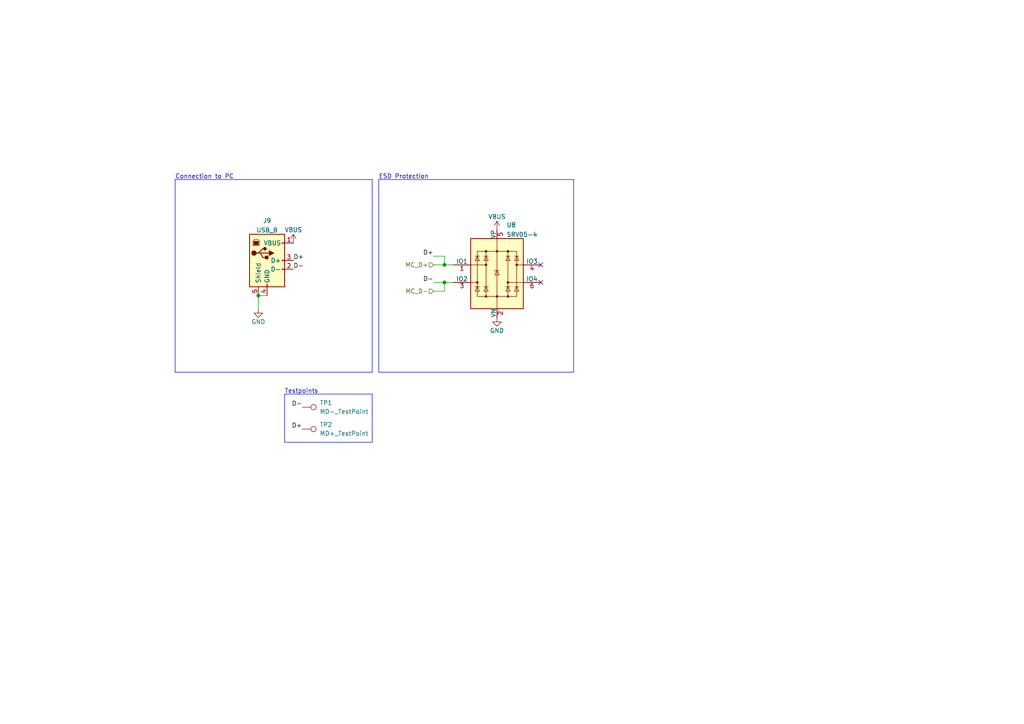
<source format=kicad_sch>
(kicad_sch (version 20231120) (generator "eeschema") (generator_version "8.0")
  (paper "A4")
  (title_block (title "LumenPnP Motherboard") (date "2022-03-29") (rev "003") (company "Opulo"))
  (lib_symbols
    (symbol "Connector:TestPoint" (pin_numbers hide) (pin_names (offset 0.762) hide)
      (property "Reference" "TP" (at 0 6.858 0))
      (property "Value" "TestPoint" (at 0 5.08 0))
      (symbol "TestPoint_0_1"
        (circle (center 0 3.302) (radius 0.762))
      )
      (symbol "TestPoint_1_1"
        (pin passive line (at 0 0 90) (length 2.54) (name "1") (number "1"))
      )
    )
    (symbol "Connector:USB_B" (pin_names (offset 1.016))
      (property "Reference" "J" (at -5.08 11.43 0))
      (property "Value" "USB_B" (at -5.08 8.89 0))
      (symbol "USB_B_0_1"
        (rectangle (start -5.08 -7.62) (end 5.08 7.62) (stroke (width 0.254)) (fill (type background)))
        (circle (center -3.81 2.159) (radius 0.635) (stroke (width 0.254)) (fill (type outline)))
        (rectangle (start -3.81 5.588) (end -2.54 4.572) (fill (type outline)))
        (circle (center -0.635 3.429) (radius 0.381) (stroke (width 0.254)) (fill (type outline)))
        (rectangle (start -0.127 -7.62) (end 0.127 -6.858))
        (polyline (pts (xy -1.905 2.159) (xy 0.635 2.159)) (stroke (width 0.254)))
        (polyline (pts (xy -3.175 2.159) (xy -2.54 2.159) (xy -1.27 3.429) (xy -0.635 3.429)) (stroke (width 0.254)))
        (polyline (pts (xy -2.54 2.159) (xy -1.905 2.159) (xy -1.27 0.889) (xy 0 0.889)) (stroke (width 0.254)))
        (polyline (pts (xy 0.635 2.794) (xy 0.635 1.524) (xy 1.905 2.159) (xy 0.635 2.794)) (stroke (width 0.254)) (fill (type outline)))
        (polyline (pts (xy -4.064 4.318) (xy -2.286 4.318) (xy -2.286 5.715) (xy -2.667 6.096) (xy -3.683 6.096) (xy -4.064 5.715) (xy -4.064 4.318)))
        (rectangle (start 0.254 1.27) (end -0.508 0.508) (stroke (width 0.254)) (fill (type outline)))
        (rectangle (start 5.08 -2.667) (end 4.318 -2.413))
        (rectangle (start 5.08 -0.127) (end 4.318 0.127))
        (rectangle (start 5.08 4.953) (end 4.318 5.207))
      )
      (symbol "USB_B_1_1"
        (pin power_out line (at 7.62 5.08 180) (length 2.54) (name "VBUS") (number "1"))
        (pin bidirectional line (at 7.62 -2.54 180) (length 2.54) (name "D-") (number "2"))
        (pin bidirectional line (at 7.62 0 180) (length 2.54) (name "D+") (number "3"))
        (pin passive line (at 0 -10.16 90) (length 2.54) (name "GND") (number "4"))
        (pin passive line (at -2.54 -10.16 90) (length 2.54) (name "Shield") (number "5"))
      )
    )
    (symbol "Power_Protection:SRV05-4" (pin_names (offset 0))
      (property "Reference" "U" (at -5.08 11.43 0))
      (property "Value" "SRV05-4" (at 2.54 11.43 0))
      (symbol "SRV05-4_0_0"
        (rectangle (start -5.715 6.477) (end 5.715 -6.604))
        (polyline (pts (xy -3.175 -6.604) (xy -3.175 6.477)))
        (polyline (pts (xy 3.175 6.477) (xy 3.175 -6.604)))
      )
      (symbol "SRV05-4_0_1"
        (rectangle (start -7.62 10.16) (end 7.62 -10.16) (stroke (width 0.254)) (fill (type background)))
        (circle (center -5.715 -2.54) (radius 0.2794) (fill (type outline)))
        (circle (center -3.175 -6.604) (radius 0.2794) (fill (type outline)))
        (circle (center -3.175 2.54) (radius 0.2794) (fill (type outline)))
        (circle (center -3.175 6.477) (radius 0.2794) (fill (type outline)))
        (circle (center 0 -6.604) (radius 0.2794) (fill (type outline)))
        (polyline (pts (xy -7.747 2.54) (xy -3.175 2.54)))
        (polyline (pts (xy -7.62 -2.54) (xy -5.715 -2.54)))
        (polyline (pts (xy -5.08 -3.81) (xy -6.35 -3.81)))
        (polyline (pts (xy -5.08 5.08) (xy -6.35 5.08)))
        (polyline (pts (xy -2.54 -3.81) (xy -3.81 -3.81)))
        (polyline (pts (xy -2.54 5.08) (xy -3.81 5.08)))
        (polyline (pts (xy 0 10.16) (xy 0 -10.16)))
        (polyline (pts (xy 3.81 -3.81) (xy 2.54 -3.81)))
        (polyline (pts (xy 3.81 5.08) (xy 2.54 5.08)))
        (polyline (pts (xy 6.35 -3.81) (xy 5.08 -3.81)))
        (polyline (pts (xy 6.35 5.08) (xy 5.08 5.08)))
        (polyline (pts (xy 7.62 -2.54) (xy 3.175 -2.54)))
        (polyline (pts (xy 7.62 2.54) (xy 5.715 2.54)))
        (polyline (pts (xy 0.635 0.889) (xy -0.635 0.889) (xy -0.635 0.635)))
        (polyline (pts (xy -5.08 -5.08) (xy -6.35 -5.08) (xy -5.715 -3.81) (xy -5.08 -5.08)))
        (polyline (pts (xy -5.08 3.81) (xy -6.35 3.81) (xy -5.715 5.08) (xy -5.08 3.81)))
        (polyline (pts (xy -2.54 -5.08) (xy -3.81 -5.08) (xy -3.175 -3.81) (xy -2.54 -5.08)))
        (polyline (pts (xy -2.54 3.81) (xy -3.81 3.81) (xy -3.175 5.08) (xy -2.54 3.81)))
        (polyline (pts (xy 0.635 -0.381) (xy -0.635 -0.381) (xy 0 0.889) (xy 0.635 -0.381)))
        (polyline (pts (xy 3.81 -5.08) (xy 2.54 -5.08) (xy 3.175 -3.81) (xy 3.81 -5.08)))
        (polyline (pts (xy 3.81 3.81) (xy 2.54 3.81) (xy 3.175 5.08) (xy 3.81 3.81)))
        (polyline (pts (xy 6.35 -5.08) (xy 5.08 -5.08) (xy 5.715 -3.81) (xy 6.35 -5.08)))
        (polyline (pts (xy 6.35 3.81) (xy 5.08 3.81) (xy 5.715 5.08) (xy 6.35 3.81)))
        (circle (center 0 6.477) (radius 0.2794) (fill (type outline)))
        (circle (center 3.175 -6.604) (radius 0.2794) (fill (type outline)))
        (circle (center 3.175 -2.54) (radius 0.2794) (fill (type outline)))
        (circle (center 3.175 6.477) (radius 0.2794) (fill (type outline)))
        (circle (center 5.715 2.54) (radius 0.2794) (fill (type outline)))
      )
      (symbol "SRV05-4_1_1"
        (pin passive line (at -12.7 2.54 0) (length 5.08) (name "IO1") (number "1"))
        (pin passive line (at 0 -12.7 90) (length 2.54) (name "VN") (number "2"))
        (pin passive line (at -12.7 -2.54 0) (length 5.08) (name "IO2") (number "3"))
        (pin passive line (at 12.7 2.54 180) (length 5.08) (name "IO3") (number "4"))
        (pin passive line (at 0 12.7 270) (length 2.54) (name "VP") (number "5"))
        (pin passive line (at 12.7 -2.54 180) (length 5.08) (name "IO4") (number "6"))
      )
    )
    (symbol "power:GND" (power) (pin_names (offset 0))
      (property "Value" "GND" (at 0 -3.81 0))
      (symbol "GND_0_1"
        (polyline (pts (xy 0 0) (xy 0 -1.27) (xy 1.27 -1.27) (xy 0 -2.54) (xy -1.27 -1.27) (xy 0 -1.27)))
      )
      (symbol "GND_1_1"
        (pin power_in line (at 0 0 270) (length 0) hide (name "GND") (number "1"))
      )
    )
    (symbol "power:VBUS" (power) (pin_names (offset 0))
      (property "Value" "VBUS" (at 0 3.81 0))
      (symbol "VBUS_0_1"
        (polyline (pts (xy -0.762 1.27) (xy 0 2.54)))
        (polyline (pts (xy 0 0) (xy 0 2.54)))
        (polyline (pts (xy 0 2.54) (xy 0.762 1.27)))
      )
      (symbol "VBUS_1_1"
        (pin power_in line (at 0 0 90) (length 0) hide (name "VBUS") (number "1"))
      )
    )
  )
  (junction (at 74.93 85.725))
  (junction (at 128.905 76.835))
  (junction (at 128.905 81.915))
  (no_connect (at 156.845 76.835))
  (no_connect (at 156.845 81.915))
  (polyline (pts (xy 107.95 52.07) (xy 107.95 107.95)))
  (wire (pts (xy 125.73 81.915) (xy 128.905 81.915)))
  (wire (pts (xy 125.73 84.455) (xy 128.905 84.455)))
  (polyline (pts (xy 109.855 52.07) (xy 109.855 107.95)))
  (polyline (pts (xy 82.55 114.3) (xy 82.55 128.27)))
  (wire (pts (xy 128.905 74.295) (xy 128.905 76.835)))
  (wire (pts (xy 128.905 81.915) (xy 131.445 81.915)))
  (wire (pts (xy 125.73 74.295) (xy 128.905 74.295)))
  (polyline (pts (xy 50.8 52.07) (xy 50.8 107.95)))
  (wire (pts (xy 128.905 84.455) (xy 128.905 81.915)))
  (polyline (pts (xy 107.95 114.3) (xy 107.95 128.27)))
  (wire (pts (xy 74.93 85.725) (xy 74.93 89.535)))
  (wire (pts (xy 74.93 85.725) (xy 77.47 85.725)))
  (polyline (pts (xy 82.55 114.3) (xy 107.95 114.3)))
  (polyline (pts (xy 107.95 107.95) (xy 50.8 107.95)))
  (polyline (pts (xy 166.37 107.95) (xy 109.855 107.95)))
  (wire (pts (xy 128.905 76.835) (xy 131.445 76.835)))
  (polyline (pts (xy 50.8 52.07) (xy 107.95 52.07)))
  (wire (pts (xy 125.73 76.835) (xy 128.905 76.835)))
  (polyline (pts (xy 109.855 52.07) (xy 166.37 52.07)))
  (polyline (pts (xy 166.37 52.07) (xy 166.37 107.95)))
  (polyline (pts (xy 107.95 128.27) (xy 82.55 128.27)))
  (text "ESD Protection" (at 109.855 52.07 0) (effects (font (size 1.27 1.27)) (justify left bottom)))
  (text "Testpoints" (at 82.55 114.3 0) (effects (font (size 1.27 1.27)) (justify left bottom)))
  (text "Connection to PC" (at 50.8 52.07 0) (effects (font (size 1.27 1.27)) (justify left bottom)))
  (label "D-" (at 125.73 81.915 180))
  (label "D+" (at 125.73 74.295 180))
  (label "D+" (at 87.63 124.46 180))
  (label "D-" (at 85.09 78.105 0))
  (label "D+" (at 85.09 75.565 0))
  (label "D-" (at 87.63 118.11 180))
  (hierarchical_label "MC_D+" (shape input) (at 125.73 76.835 180))
  (hierarchical_label "MC_D-" (shape input) (at 125.73 84.455 180))
  (symbol (lib_id "Connector:TestPoint") (at 87.63 118.11 270) (unit 1)
    (property "Reference" "TP1" (at 92.71 116.84 90) (effects (justify left)))
    (property "Value" "MD-_TestPoint" (at 92.71 119.38 90) (effects (justify left)))
    (property "Footprint" "TestPoint:TestPoint_Pad_D2.0mm" (effects (hide yes)))
  )
  (symbol (lib_id "Connector:TestPoint") (at 87.63 124.46 270) (unit 1)
    (property "Reference" "TP2" (at 92.71 123.19 90) (effects (justify left)))
    (property "Value" "MD+_TestPoint" (at 92.71 125.73 90) (effects (justify left)))
    (property "Footprint" "TestPoint:TestPoint_Pad_D2.0mm" (effects (hide yes)))
  )
  (symbol (lib_id "power:GND") (at 74.93 89.535 0) (mirror y) (unit 1)
    (property "Reference" "#PWR0136" (effects (hide yes)))
    (property "Value" "GND" (at 74.93 93.345 0))
  )
  (symbol (lib_id "Power_Protection:SRV05-4") (at 144.145 79.375 0) (unit 1)
    (property "Reference" "U8" (at 146.9137 65.2485 0) (effects (justify left)))
    (property "Value" "SRV05-4" (at 146.9137 68.0236 0) (effects (justify left)))
    (property "Footprint" "Package_TO_SOT_SMD:SOT-23-6" (effects (hide yes)))
    (property "Datasheet" "http://www.onsemi.com/pub/Collateral/SRV05-4-D.PDF" (effects (hide yes)))
    (property "Digikey" "4617-SRV05-4TR-ND" (effects (hide yes)))
    (property "Notes" "USB TVS" (effects (hide yes)))
  )
  (symbol (lib_id "power:GND") (at 144.145 92.075 0) (mirror y) (unit 1)
    (property "Reference" "#PWR0140" (effects (hide yes)))
    (property "Value" "GND" (at 144.145 95.885 0))
  )
  (symbol (lib_id "power:VBUS") (at 85.09 70.485 0) (unit 1)
    (property "Reference" "#PWR0138" (effects (hide yes)))
    (property "Value" "VBUS" (at 85.09 66.675 0))
  )
  (symbol (lib_id "Connector:USB_B") (at 77.47 75.565 0) (unit 1)
    (property "Reference" "J9" (at 77.47 63.9785 0))
    (property "Value" "USB_B" (at 77.47 66.7536 0))
    (property "Footprint" "Connector_USB:USB_B_Lumberg_2411_02_Horizontal" (effects (hide yes)))
    (property "Datasheet" " ~" (effects (hide yes)))
    (property "Digikey" "SS-52300-001" (effects (hide yes)))
  )
  (symbol (lib_id "power:VBUS") (at 144.145 66.675 0) (unit 1)
    (property "Reference" "#PWR0139" (effects (hide yes)))
    (property "Value" "VBUS" (at 144.145 62.865 0))
  )
)
</source>
